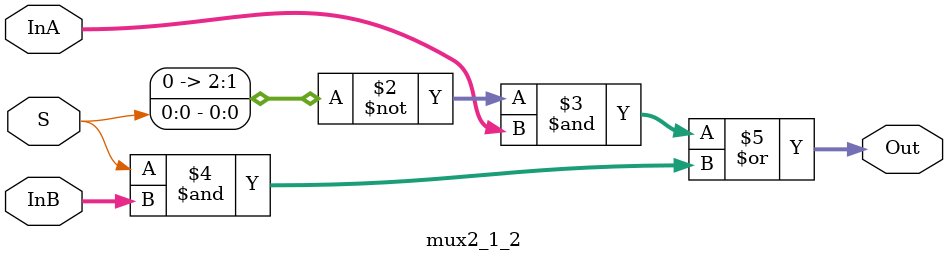
<source format=v>
module mux2_1_2(InA, InB, S, Out);
   input [1:0] InA, InB;
   input S;
   output [2:0] Out;

   assign Out = (~S & InA) | (S & InB);

endmodule // mux2_1


</source>
